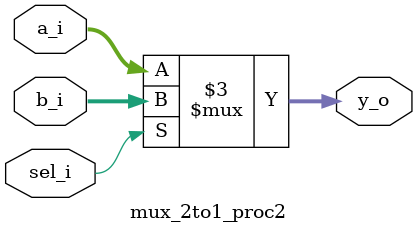
<source format=sv>
module mux_2to1_proc2 (
  input  logic       sel_i,
  input  logic [7:0] a_i,
  input  logic [7:0] b_i,
  output logic [7:0] y_o
);

  // Procedural 2
  always_comb begin
    if (sel_i) begin
      y_o = b_i;
    end else begin
      y_o = a_i;
    end
  end

endmodule : mux_2to1_proc2

</source>
